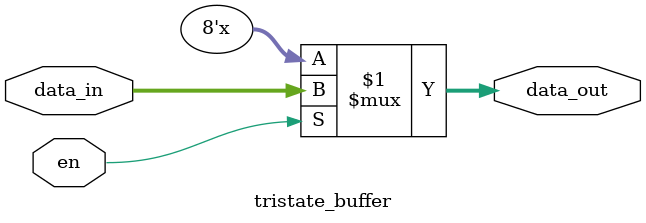
<source format=v>
module tristate_buffer(
    input wire[7:0] data_in,
    input wire en,
    output wire [7:0] data_out
);
assign data_out = (en) ? data_in : {8{1'bz}};

endmodule
</source>
